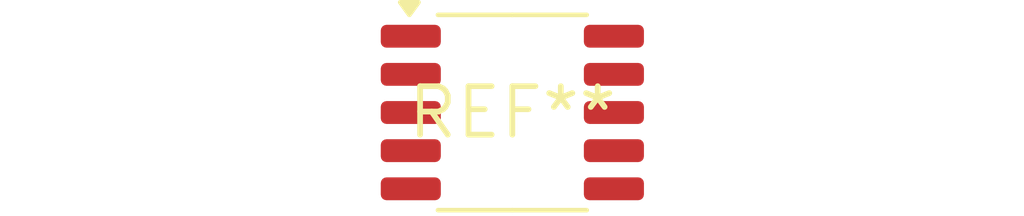
<source format=kicad_pcb>
(kicad_pcb (version 20240108) (generator pcbnew)
  (layers (0 "F.Cu" signal) (31 "B.Cu" signal) (34 "B.Paste" user) (35 "F.Paste" user) (36 "B.SilkS" user "B.Silkscreen") (37 "F.SilkS" user "F.Silkscreen") (38 "B.Mask" user) (39 "F.Mask" user) (44 "Edge.Cuts" user))
  (net 0 "")
  (footprint "SOIC-10_3.9x4.9mm_P1mm" (layer "F.Cu") (at 0 0)
    (property "Reference" "REF**")
    (property "Value" "SOIC-10_3.9x4.9mm_P1mm")
    (fp_line (start 0 -2.56) (end -1.95 -2.56) (layer "F.SilkS") (stroke (width 0.12)))
    (fp_line (start 0 -2.56) (end 1.95 -2.56) (layer "F.SilkS") (stroke (width 0.12)))
    (fp_line (start 0 2.56) (end -1.95 2.56) (layer "F.SilkS") (stroke (width 0.12)))
    (fp_line (start 0 2.56) (end 1.95 2.56) (layer "F.SilkS") (stroke (width 0.12)))
    (fp_poly (pts (xy -2.7 -2.56) (xy -2.94 -2.89) (xy -2.46 -2.89) (xy -2.7 -2.56)) (layer "F.SilkS") (stroke (width 0.12)) (fill solid))
    (pad "1" smd roundrect (at -2.6625 -2) (size 1.575 0.6) (layers "F.Cu" "F.Paste" "F.Mask"))
    (pad "2" smd roundrect (at -2.6625 -1) (size 1.575 0.6) (layers "F.Cu" "F.Paste" "F.Mask"))
    (pad "3" smd roundrect (at -2.6625 0) (size 1.575 0.6) (layers "F.Cu" "F.Paste" "F.Mask"))
    (pad "4" smd roundrect (at -2.6625 1) (size 1.575 0.6) (layers "F.Cu" "F.Paste" "F.Mask"))
    (pad "5" smd roundrect (at -2.6625 2) (size 1.575 0.6) (layers "F.Cu" "F.Paste" "F.Mask"))
    (pad "6" smd roundrect (at 2.6625 2) (size 1.575 0.6) (layers "F.Cu" "F.Paste" "F.Mask"))
    (pad "7" smd roundrect (at 2.6625 1) (size 1.575 0.6) (layers "F.Cu" "F.Paste" "F.Mask"))
    (pad "8" smd roundrect (at 2.6625 0) (size 1.575 0.6) (layers "F.Cu" "F.Paste" "F.Mask"))
    (pad "9" smd roundrect (at 2.6625 -1) (size 1.575 0.6) (layers "F.Cu" "F.Paste" "F.Mask"))
    (pad "10" smd roundrect (at 2.6625 -2) (size 1.575 0.6) (layers "F.Cu" "F.Paste" "F.Mask"))
  )
)
</source>
